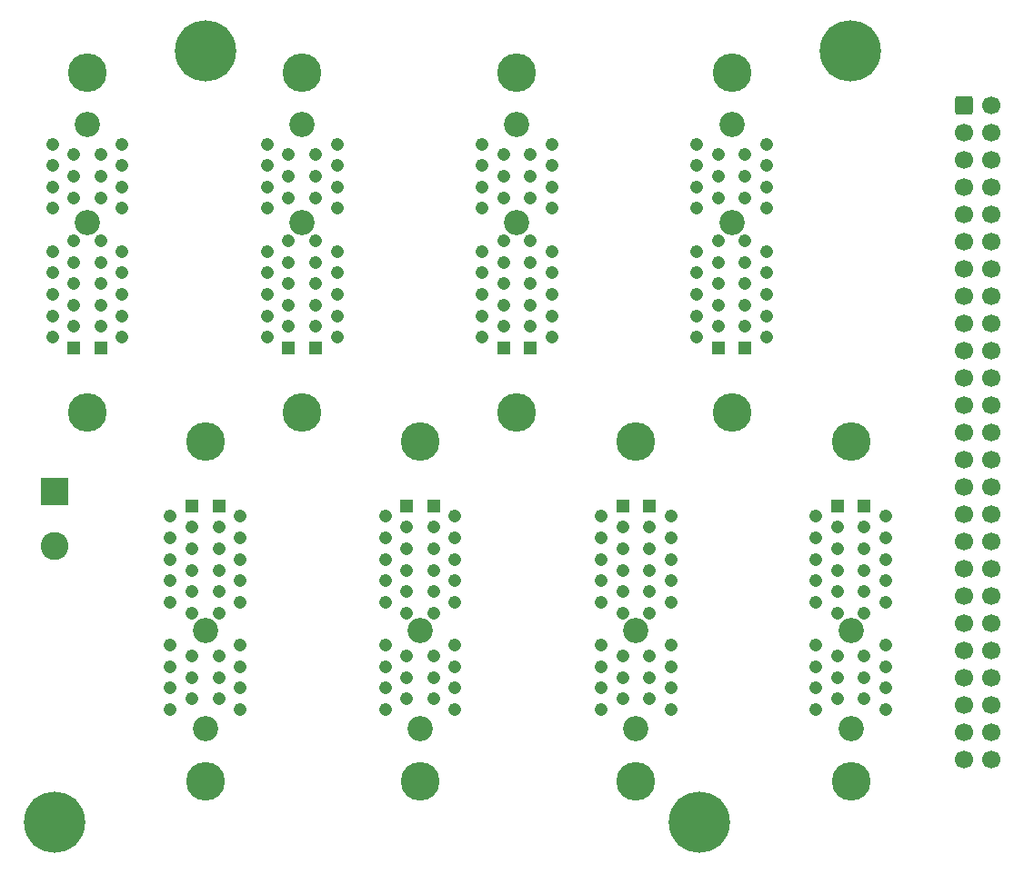
<source format=gbr>
%TF.GenerationSoftware,KiCad,Pcbnew,(5.99.0-8534-g3fcd0860c1)*%
%TF.CreationDate,2021-01-21T22:08:18+01:00*%
%TF.ProjectId,DRV-Carrier,4452562d-4361-4727-9269-65722e6b6963,rev?*%
%TF.SameCoordinates,Original*%
%TF.FileFunction,Soldermask,Bot*%
%TF.FilePolarity,Negative*%
%FSLAX46Y46*%
G04 Gerber Fmt 4.6, Leading zero omitted, Abs format (unit mm)*
G04 Created by KiCad (PCBNEW (5.99.0-8534-g3fcd0860c1)) date 2021-01-21 22:08:18*
%MOMM*%
%LPD*%
G01*
G04 APERTURE LIST*
G04 Aperture macros list*
%AMRoundRect*
0 Rectangle with rounded corners*
0 $1 Rounding radius*
0 $2 $3 $4 $5 $6 $7 $8 $9 X,Y pos of 4 corners*
0 Add a 4 corners polygon primitive as box body*
4,1,4,$2,$3,$4,$5,$6,$7,$8,$9,$2,$3,0*
0 Add four circle primitives for the rounded corners*
1,1,$1+$1,$2,$3*
1,1,$1+$1,$4,$5*
1,1,$1+$1,$6,$7*
1,1,$1+$1,$8,$9*
0 Add four rect primitives between the rounded corners*
20,1,$1+$1,$2,$3,$4,$5,0*
20,1,$1+$1,$4,$5,$6,$7,0*
20,1,$1+$1,$6,$7,$8,$9,0*
20,1,$1+$1,$8,$9,$2,$3,0*%
G04 Aperture macros list end*
%ADD10C,3.600000*%
%ADD11R,1.208000X1.208000*%
%ADD12C,1.208000*%
%ADD13C,2.350000*%
%ADD14C,5.700000*%
%ADD15RoundRect,0.250000X-0.600000X-0.600000X0.600000X-0.600000X0.600000X0.600000X-0.600000X0.600000X0*%
%ADD16C,1.700000*%
%ADD17R,2.600000X2.600000*%
%ADD18C,2.600000*%
G04 APERTURE END LIST*
D10*
%TO.C,J_MOT8*%
X52000000Y-56000000D03*
X52000000Y-87650000D03*
D11*
X50750000Y-81650000D03*
D12*
X48750000Y-80650000D03*
X50750000Y-79650000D03*
X48750000Y-78650000D03*
X50750000Y-77650000D03*
X48750000Y-76650000D03*
X50750000Y-75650000D03*
X48750000Y-74650000D03*
X50750000Y-73650000D03*
X48750000Y-72650000D03*
X50750000Y-71650000D03*
X48750000Y-68650000D03*
X50750000Y-67650000D03*
X48750000Y-66650000D03*
X50750000Y-65650000D03*
X48750000Y-64650000D03*
X50750000Y-63650000D03*
X48750000Y-62650000D03*
D11*
X53250000Y-81650000D03*
D12*
X55250000Y-80650000D03*
X53250000Y-79650000D03*
X55250000Y-78650000D03*
X53250000Y-77650000D03*
X55250000Y-76650000D03*
X53250000Y-75650000D03*
X55250000Y-74650000D03*
X53250000Y-73650000D03*
X55250000Y-72650000D03*
X53250000Y-71650000D03*
X55250000Y-68650000D03*
X53250000Y-67650000D03*
X55250000Y-66650000D03*
X53250000Y-65650000D03*
X55250000Y-64650000D03*
X53250000Y-63650000D03*
X55250000Y-62650000D03*
D13*
X52000000Y-70000000D03*
X52000000Y-60850000D03*
%TD*%
D14*
%TO.C,H4*%
X109000000Y-125878680D03*
%TD*%
%TO.C,H3*%
X49000000Y-125878680D03*
%TD*%
%TO.C,H2*%
X123000000Y-54000000D03*
%TD*%
D10*
%TO.C,J_MOT3*%
X63000000Y-90350000D03*
X63000000Y-122000000D03*
D11*
X64250000Y-96350000D03*
D12*
X66250000Y-97350000D03*
X64250000Y-98350000D03*
X66250000Y-99350000D03*
X64250000Y-100350000D03*
X66250000Y-101350000D03*
X64250000Y-102350000D03*
X66250000Y-103350000D03*
X64250000Y-104350000D03*
X66250000Y-105350000D03*
X64250000Y-106350000D03*
X66250000Y-109350000D03*
X64250000Y-110350000D03*
X66250000Y-111350000D03*
X64250000Y-112350000D03*
X66250000Y-113350000D03*
X64250000Y-114350000D03*
X66250000Y-115350000D03*
D11*
X61750000Y-96350000D03*
D12*
X59750000Y-97350000D03*
X61750000Y-98350000D03*
X59750000Y-99350000D03*
X61750000Y-100350000D03*
X59750000Y-101350000D03*
X61750000Y-102350000D03*
X59750000Y-103350000D03*
X61750000Y-104350000D03*
X59750000Y-105350000D03*
X61750000Y-106350000D03*
X59750000Y-109350000D03*
X61750000Y-110350000D03*
X59750000Y-111350000D03*
X61750000Y-112350000D03*
X59750000Y-113350000D03*
X61750000Y-114350000D03*
X59750000Y-115350000D03*
D13*
X63000000Y-117150000D03*
X63000000Y-108000000D03*
%TD*%
D15*
%TO.C,J2*%
X133600000Y-59080000D03*
D16*
X136140000Y-59080000D03*
X133600000Y-61620000D03*
X136140000Y-61620000D03*
X133600000Y-64160000D03*
X136140000Y-64160000D03*
X133600000Y-66700000D03*
X136140000Y-66700000D03*
X133600000Y-69240000D03*
X136140000Y-69240000D03*
X133600000Y-71780000D03*
X136140000Y-71780000D03*
X133600000Y-74320000D03*
X136140000Y-74320000D03*
X133600000Y-76860000D03*
X136140000Y-76860000D03*
X133600000Y-79400000D03*
X136140000Y-79400000D03*
X133600000Y-81940000D03*
X136140000Y-81940000D03*
X133600000Y-84480000D03*
X136140000Y-84480000D03*
X133600000Y-87020000D03*
X136140000Y-87020000D03*
X133600000Y-89560000D03*
X136140000Y-89560000D03*
X133600000Y-92100000D03*
X136140000Y-92100000D03*
X133600000Y-94640000D03*
X136140000Y-94640000D03*
X133600000Y-97180000D03*
X136140000Y-97180000D03*
X133600000Y-99720000D03*
X136140000Y-99720000D03*
X133600000Y-102260000D03*
X136140000Y-102260000D03*
X133600000Y-104800000D03*
X136140000Y-104800000D03*
X133600000Y-107340000D03*
X136140000Y-107340000D03*
X133600000Y-109880000D03*
X136140000Y-109880000D03*
X133600000Y-112420000D03*
X136140000Y-112420000D03*
X133600000Y-114960000D03*
X136140000Y-114960000D03*
X133600000Y-117500000D03*
X136140000Y-117500000D03*
X133600000Y-120040000D03*
X136140000Y-120040000D03*
%TD*%
D14*
%TO.C,H1*%
X63000000Y-54000000D03*
%TD*%
D10*
%TO.C,J_MOT5*%
X112000000Y-87650000D03*
X112000000Y-56000000D03*
D11*
X110750000Y-81650000D03*
D12*
X108750000Y-80650000D03*
X110750000Y-79650000D03*
X108750000Y-78650000D03*
X110750000Y-77650000D03*
X108750000Y-76650000D03*
X110750000Y-75650000D03*
X108750000Y-74650000D03*
X110750000Y-73650000D03*
X108750000Y-72650000D03*
X110750000Y-71650000D03*
X108750000Y-68650000D03*
X110750000Y-67650000D03*
X108750000Y-66650000D03*
X110750000Y-65650000D03*
X108750000Y-64650000D03*
X110750000Y-63650000D03*
X108750000Y-62650000D03*
D11*
X113250000Y-81650000D03*
D12*
X115250000Y-80650000D03*
X113250000Y-79650000D03*
X115250000Y-78650000D03*
X113250000Y-77650000D03*
X115250000Y-76650000D03*
X113250000Y-75650000D03*
X115250000Y-74650000D03*
X113250000Y-73650000D03*
X115250000Y-72650000D03*
X113250000Y-71650000D03*
X115250000Y-68650000D03*
X113250000Y-67650000D03*
X115250000Y-66650000D03*
X113250000Y-65650000D03*
X115250000Y-64650000D03*
X113250000Y-63650000D03*
X115250000Y-62650000D03*
D13*
X112000000Y-70000000D03*
X112000000Y-60850000D03*
%TD*%
D10*
%TO.C,J_MOT2*%
X83000000Y-90350000D03*
X83000000Y-122000000D03*
D11*
X84250000Y-96350000D03*
D12*
X86250000Y-97350000D03*
X84250000Y-98350000D03*
X86250000Y-99350000D03*
X84250000Y-100350000D03*
X86250000Y-101350000D03*
X84250000Y-102350000D03*
X86250000Y-103350000D03*
X84250000Y-104350000D03*
X86250000Y-105350000D03*
X84250000Y-106350000D03*
X86250000Y-109350000D03*
X84250000Y-110350000D03*
X86250000Y-111350000D03*
X84250000Y-112350000D03*
X86250000Y-113350000D03*
X84250000Y-114350000D03*
X86250000Y-115350000D03*
D11*
X81750000Y-96350000D03*
D12*
X79750000Y-97350000D03*
X81750000Y-98350000D03*
X79750000Y-99350000D03*
X81750000Y-100350000D03*
X79750000Y-101350000D03*
X81750000Y-102350000D03*
X79750000Y-103350000D03*
X81750000Y-104350000D03*
X79750000Y-105350000D03*
X81750000Y-106350000D03*
X79750000Y-109350000D03*
X81750000Y-110350000D03*
X79750000Y-111350000D03*
X81750000Y-112350000D03*
X79750000Y-113350000D03*
X81750000Y-114350000D03*
X79750000Y-115350000D03*
D13*
X83000000Y-117150000D03*
X83000000Y-108000000D03*
%TD*%
D17*
%TO.C,J1*%
X49000000Y-95000000D03*
D18*
X49000000Y-100080000D03*
%TD*%
D10*
%TO.C,J_MOT6*%
X92000000Y-87650000D03*
X92000000Y-56000000D03*
D11*
X90750000Y-81650000D03*
D12*
X88750000Y-80650000D03*
X90750000Y-79650000D03*
X88750000Y-78650000D03*
X90750000Y-77650000D03*
X88750000Y-76650000D03*
X90750000Y-75650000D03*
X88750000Y-74650000D03*
X90750000Y-73650000D03*
X88750000Y-72650000D03*
X90750000Y-71650000D03*
X88750000Y-68650000D03*
X90750000Y-67650000D03*
X88750000Y-66650000D03*
X90750000Y-65650000D03*
X88750000Y-64650000D03*
X90750000Y-63650000D03*
X88750000Y-62650000D03*
D11*
X93250000Y-81650000D03*
D12*
X95250000Y-80650000D03*
X93250000Y-79650000D03*
X95250000Y-78650000D03*
X93250000Y-77650000D03*
X95250000Y-76650000D03*
X93250000Y-75650000D03*
X95250000Y-74650000D03*
X93250000Y-73650000D03*
X95250000Y-72650000D03*
X93250000Y-71650000D03*
X95250000Y-68650000D03*
X93250000Y-67650000D03*
X95250000Y-66650000D03*
X93250000Y-65650000D03*
X95250000Y-64650000D03*
X93250000Y-63650000D03*
X95250000Y-62650000D03*
D13*
X92000000Y-60850000D03*
X92000000Y-70000000D03*
%TD*%
D10*
%TO.C,J_MOT7*%
X72000000Y-87650000D03*
X72000000Y-56000000D03*
D11*
X70750000Y-81650000D03*
D12*
X68750000Y-80650000D03*
X70750000Y-79650000D03*
X68750000Y-78650000D03*
X70750000Y-77650000D03*
X68750000Y-76650000D03*
X70750000Y-75650000D03*
X68750000Y-74650000D03*
X70750000Y-73650000D03*
X68750000Y-72650000D03*
X70750000Y-71650000D03*
X68750000Y-68650000D03*
X70750000Y-67650000D03*
X68750000Y-66650000D03*
X70750000Y-65650000D03*
X68750000Y-64650000D03*
X70750000Y-63650000D03*
X68750000Y-62650000D03*
D11*
X73250000Y-81650000D03*
D12*
X75250000Y-80650000D03*
X73250000Y-79650000D03*
X75250000Y-78650000D03*
X73250000Y-77650000D03*
X75250000Y-76650000D03*
X73250000Y-75650000D03*
X75250000Y-74650000D03*
X73250000Y-73650000D03*
X75250000Y-72650000D03*
X73250000Y-71650000D03*
X75250000Y-68650000D03*
X73250000Y-67650000D03*
X75250000Y-66650000D03*
X73250000Y-65650000D03*
X75250000Y-64650000D03*
X73250000Y-63650000D03*
X75250000Y-62650000D03*
D13*
X72000000Y-70000000D03*
X72000000Y-60850000D03*
%TD*%
D10*
%TO.C,J_MOT1*%
X123100000Y-122000000D03*
X123100000Y-90350000D03*
D11*
X124350000Y-96350000D03*
D12*
X126350000Y-97350000D03*
X124350000Y-98350000D03*
X126350000Y-99350000D03*
X124350000Y-100350000D03*
X126350000Y-101350000D03*
X124350000Y-102350000D03*
X126350000Y-103350000D03*
X124350000Y-104350000D03*
X126350000Y-105350000D03*
X124350000Y-106350000D03*
X126350000Y-109350000D03*
X124350000Y-110350000D03*
X126350000Y-111350000D03*
X124350000Y-112350000D03*
X126350000Y-113350000D03*
X124350000Y-114350000D03*
X126350000Y-115350000D03*
D11*
X121850000Y-96350000D03*
D12*
X119850000Y-97350000D03*
X121850000Y-98350000D03*
X119850000Y-99350000D03*
X121850000Y-100350000D03*
X119850000Y-101350000D03*
X121850000Y-102350000D03*
X119850000Y-103350000D03*
X121850000Y-104350000D03*
X119850000Y-105350000D03*
X121850000Y-106350000D03*
X119850000Y-109350000D03*
X121850000Y-110350000D03*
X119850000Y-111350000D03*
X121850000Y-112350000D03*
X119850000Y-113350000D03*
X121850000Y-114350000D03*
X119850000Y-115350000D03*
D13*
X123100000Y-108000000D03*
X123100000Y-117150000D03*
%TD*%
D10*
%TO.C,J_MOT4*%
X103100000Y-122000000D03*
X103100000Y-90350000D03*
D11*
X104350000Y-96350000D03*
D12*
X106350000Y-97350000D03*
X104350000Y-98350000D03*
X106350000Y-99350000D03*
X104350000Y-100350000D03*
X106350000Y-101350000D03*
X104350000Y-102350000D03*
X106350000Y-103350000D03*
X104350000Y-104350000D03*
X106350000Y-105350000D03*
X104350000Y-106350000D03*
X106350000Y-109350000D03*
X104350000Y-110350000D03*
X106350000Y-111350000D03*
X104350000Y-112350000D03*
X106350000Y-113350000D03*
X104350000Y-114350000D03*
X106350000Y-115350000D03*
D11*
X101850000Y-96350000D03*
D12*
X99850000Y-97350000D03*
X101850000Y-98350000D03*
X99850000Y-99350000D03*
X101850000Y-100350000D03*
X99850000Y-101350000D03*
X101850000Y-102350000D03*
X99850000Y-103350000D03*
X101850000Y-104350000D03*
X99850000Y-105350000D03*
X101850000Y-106350000D03*
X99850000Y-109350000D03*
X101850000Y-110350000D03*
X99850000Y-111350000D03*
X101850000Y-112350000D03*
X99850000Y-113350000D03*
X101850000Y-114350000D03*
X99850000Y-115350000D03*
D13*
X103100000Y-108000000D03*
X103100000Y-117150000D03*
%TD*%
M02*

</source>
